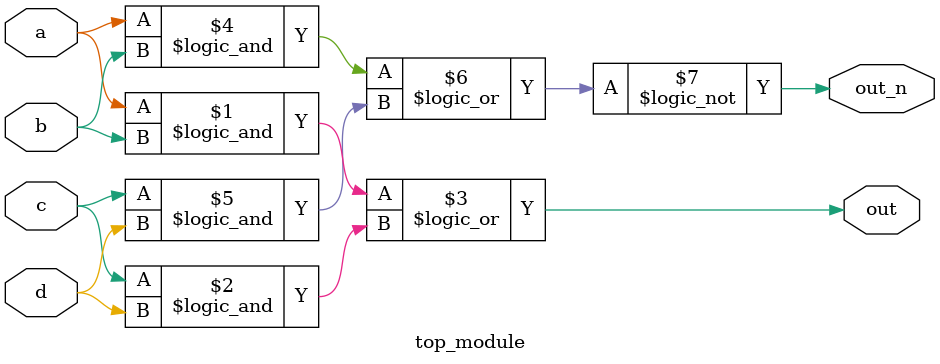
<source format=v>
module top_module(
    input a,
    input b,
    input c,
    input d,
    output out,
    output out_n   ); 

    assign out = (a&&b) || (c&&d);
    assign out_n = !((a&&b) || (c&&d));
    
endmodule
</source>
